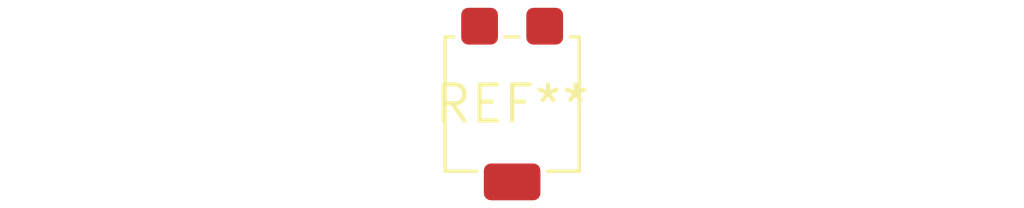
<source format=kicad_pcb>
(kicad_pcb (version 20240108) (generator pcbnew)
  (layers (0 "F.Cu" signal) (31 "B.Cu" signal) (34 "B.Paste" user) (35 "F.Paste" user) (36 "B.SilkS" user "B.Silkscreen") (37 "F.SilkS" user "F.Silkscreen") (38 "B.Mask" user) (39 "F.Mask" user) (44 "Edge.Cuts" user))
  (net 0 "")
  (footprint "Potentiometer_Bourns_3314G_Vertical" (layer "F.Cu") (at 0 0)
    (property "Reference" "REF**")
    (property "Value" "Potentiometer_Bourns_3314G_Vertical")
    (fp_line (start -2.37 -2.37) (end -2.37 2.37) (layer "F.SilkS") (stroke (width 0.12)))
    (fp_line (start -2.37 -2.37) (end -2.06 -2.37) (layer "F.SilkS") (stroke (width 0.12)))
    (fp_line (start -2.37 2.37) (end -1.26 2.37) (layer "F.SilkS") (stroke (width 0.12)))
    (fp_line (start -0.24 -2.37) (end 0.24 -2.37) (layer "F.SilkS") (stroke (width 0.12)))
    (fp_line (start 1.26 2.37) (end 2.37 2.37) (layer "F.SilkS") (stroke (width 0.12)))
    (fp_line (start 2.06 -2.37) (end 2.37 -2.37) (layer "F.SilkS") (stroke (width 0.12)))
    (fp_line (start 2.37 -2.37) (end 2.37 2.37) (layer "F.SilkS") (stroke (width 0.12)))
    (pad "1" smd roundrect (at -1.15 -2.75) (size 1.3 1.3) (layers "F.Cu" "F.Paste" "F.Mask") (roundrect_rratio 0.1923076923))
    (pad "2" smd roundrect (at 0 2.75) (size 2 1.3) (layers "F.Cu" "F.Paste" "F.Mask") (roundrect_rratio 0.1923076923))
    (pad "3" smd roundrect (at 1.15 -2.75) (size 1.3 1.3) (layers "F.Cu" "F.Paste" "F.Mask") (roundrect_rratio 0.1923076923))
  )
)
</source>
